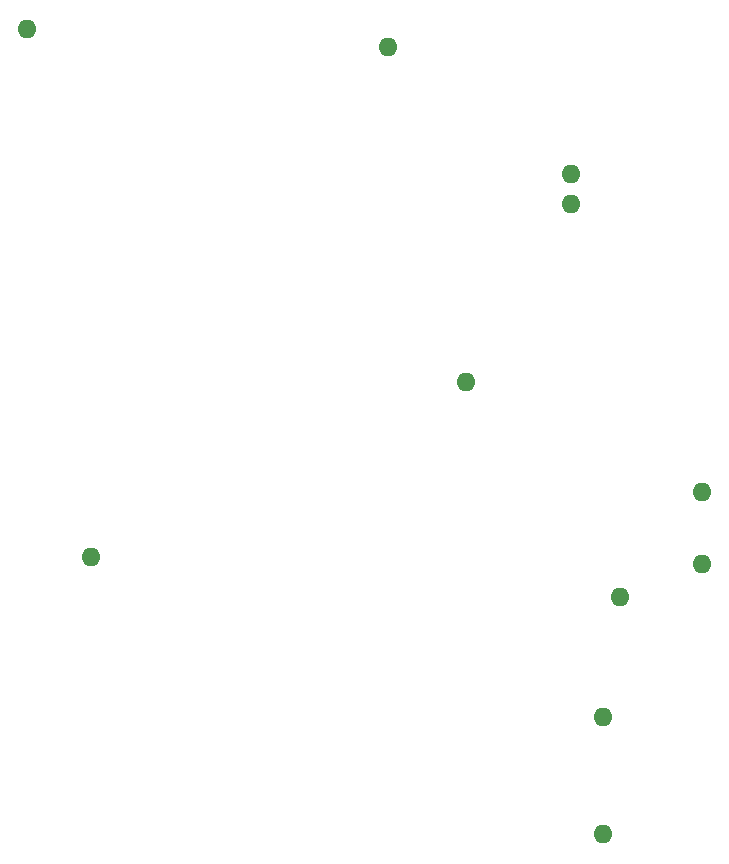
<source format=gbr>
%TF.GenerationSoftware,KiCad,Pcbnew,9.0.5*%
%TF.CreationDate,2025-11-14T12:22:43-06:00*%
%TF.ProjectId,PCBEmbebidos,50434245-6d62-4656-9269-646f732e6b69,rev?*%
%TF.SameCoordinates,Original*%
%TF.FileFunction,Legend,Bot*%
%TF.FilePolarity,Positive*%
%FSLAX46Y46*%
G04 Gerber Fmt 4.6, Leading zero omitted, Abs format (unit mm)*
G04 Created by KiCad (PCBNEW 9.0.5) date 2025-11-14 12:22:43*
%MOMM*%
%LPD*%
G01*
G04 APERTURE LIST*
%ADD10O,1.600000X1.600000*%
G04 APERTURE END LIST*
D10*
%TO.C,battery1*%
X86040000Y-98120000D03*
%TD*%
%TO.C,stm1*%
X42638738Y-84524883D03*
%TD*%
%TO.C,tja1*%
X83296119Y-54675818D03*
X83296119Y-52135818D03*
%TD*%
%TO.C,mpu1*%
X37239128Y-39885957D03*
%TD*%
%TO.C,Servo1*%
X94413682Y-79065246D03*
%TD*%
%TO.C,ESC2*%
X86000000Y-108000000D03*
%TD*%
%TO.C,Regulador1*%
X87456433Y-87906776D03*
%TD*%
%TO.C,bat1*%
X94422198Y-85111555D03*
%TD*%
%TO.C,MCP1*%
X74394488Y-69759955D03*
X67829387Y-41399888D03*
%TD*%
M02*

</source>
